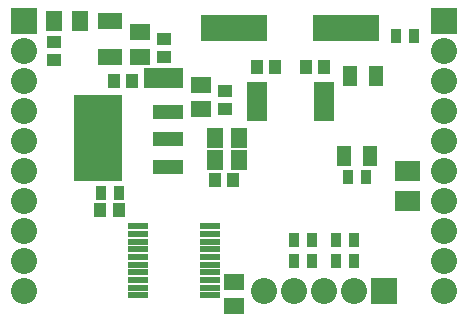
<source format=gts>
G04 Layer_Color=8388736*
%FSLAX44Y44*%
%MOMM*%
G71*
G01*
G75*
%ADD27R,4.0640X7.3660*%
%ADD45R,0.2286X1.6764*%
%ADD46R,1.6764X0.2286*%
%ADD47R,0.9532X1.2032*%
%ADD48R,5.7032X2.2032*%
%ADD49R,2.5532X3.5032*%
%ADD50R,2.5532X1.2032*%
%ADD51R,1.8032X0.5532*%
%ADD52R,1.3132X1.7432*%
%ADD53R,1.0032X1.7032*%
%ADD54R,1.7032X1.0032*%
%ADD55R,1.0032X1.2532*%
%ADD56R,1.2532X1.0032*%
%ADD57R,1.7532X1.3532*%
%ADD58R,2.0532X1.4032*%
%ADD59R,1.3532X1.7532*%
%ADD60R,1.2032X1.7032*%
%ADD61R,2.2032X2.2032*%
%ADD62C,2.2032*%
%ADD63R,2.2032X2.2032*%
D27*
X87630Y154940D02*
D03*
D45*
X149225Y205740D02*
D03*
X137795D02*
D03*
X349885Y101600D02*
D03*
Y127000D02*
D03*
D46*
X279150Y191135D02*
D03*
Y179705D02*
D03*
X222250Y191136D02*
D03*
Y179706D02*
D03*
D47*
X340230Y241300D02*
D03*
X355730D02*
D03*
X299590Y121920D02*
D03*
X315090D02*
D03*
X254000Y50800D02*
D03*
X269500D02*
D03*
X304800D02*
D03*
X289300D02*
D03*
X304800Y68580D02*
D03*
X289300D02*
D03*
X254000D02*
D03*
X269500D02*
D03*
X90040Y107950D02*
D03*
X105540D02*
D03*
D48*
X298200Y247650D02*
D03*
X203200D02*
D03*
D49*
X86590Y153670D02*
D03*
D50*
X147090Y176670D02*
D03*
Y153670D02*
D03*
Y130670D02*
D03*
D51*
X121900Y80050D02*
D03*
Y73550D02*
D03*
Y67050D02*
D03*
Y60550D02*
D03*
Y54050D02*
D03*
Y47550D02*
D03*
Y41050D02*
D03*
Y34550D02*
D03*
Y28050D02*
D03*
Y21550D02*
D03*
X182900Y80050D02*
D03*
Y73550D02*
D03*
Y67050D02*
D03*
Y60550D02*
D03*
Y54050D02*
D03*
Y47550D02*
D03*
Y41050D02*
D03*
Y34550D02*
D03*
Y28050D02*
D03*
Y21550D02*
D03*
D52*
X50800Y254000D02*
D03*
X72300D02*
D03*
D53*
X132080Y205740D02*
D03*
X143510D02*
D03*
X154940D02*
D03*
X344170Y101600D02*
D03*
X355600D02*
D03*
X344170Y127000D02*
D03*
X355600D02*
D03*
D54*
X279150Y173990D02*
D03*
Y185420D02*
D03*
Y196850D02*
D03*
X222250Y173990D02*
D03*
Y185420D02*
D03*
Y196850D02*
D03*
D55*
X101340Y203490D02*
D03*
X116840D02*
D03*
X202190Y119380D02*
D03*
X186690D02*
D03*
X263650Y214630D02*
D03*
X279150D02*
D03*
X237750D02*
D03*
X222250D02*
D03*
X105410Y93980D02*
D03*
X89910D02*
D03*
D56*
X195580Y194570D02*
D03*
Y179070D02*
D03*
X143510Y239000D02*
D03*
Y223500D02*
D03*
X50800Y220850D02*
D03*
Y236350D02*
D03*
D57*
X175260Y179070D02*
D03*
Y200070D02*
D03*
X123190Y223500D02*
D03*
Y244500D02*
D03*
X203200Y33360D02*
D03*
Y12360D02*
D03*
D58*
X97700Y254000D02*
D03*
Y223500D02*
D03*
D59*
X186690Y135890D02*
D03*
X207690D02*
D03*
X186690Y154940D02*
D03*
X207690D02*
D03*
D60*
X301170Y207010D02*
D03*
X323670D02*
D03*
X318590Y139700D02*
D03*
X296090D02*
D03*
D61*
X330200Y25400D02*
D03*
D62*
X304800D02*
D03*
X279400D02*
D03*
X254000D02*
D03*
X228600D02*
D03*
X381000D02*
D03*
Y50800D02*
D03*
Y76200D02*
D03*
Y101600D02*
D03*
Y127000D02*
D03*
Y228600D02*
D03*
Y203200D02*
D03*
Y177800D02*
D03*
Y152400D02*
D03*
X25400Y25400D02*
D03*
Y50800D02*
D03*
Y76200D02*
D03*
Y101600D02*
D03*
Y127000D02*
D03*
Y228600D02*
D03*
Y203200D02*
D03*
Y177800D02*
D03*
Y152400D02*
D03*
D63*
X381000Y254000D02*
D03*
X25400D02*
D03*
M02*

</source>
